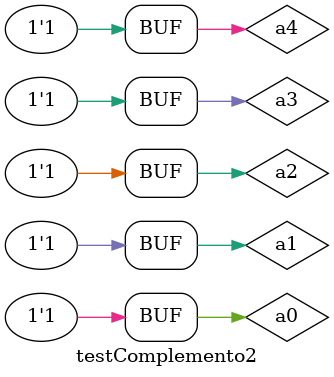
<source format=v>


module meiaSoma (s0, s1, a, b);
 output s0, s1;
 input  a, b;
 
 and AND1 (s1, a, b);
 xor XOR1 (s0, a, b);
 
endmodule

module complemento2 (s0, s1, s2, s3, s4, s5, a4, a3, a2, a1, a0);
 output s0, s1, s2, s3, s4, s5;
 input a4, a3, a2, a1, a0;
 wire w0, w1, w2, w3, w4, z0, z1, z2, z3;
 
 not NOT1 (w0, a0);
 not NOT2 (w1, a1);
 not NOT3 (w2, a2);
 not NOT4 (w3, a3);
 not NOT5 (w4, a4);
 meiaSoma ha1 (s0, z0, 1, w0);
 meiaSoma ha2 (s1, z1, z0, w1);
 meiaSoma ha3 (s2, z2, z1, w2);
 meiaSoma ha4 (s4, s5, z3, w4);
 meiaSoma ha5 (s3, z3, z2, w3); 
endmodule

module testComplemento2;
 reg a4, a3, a2, a1, a0;
 wire s0, s1, s2, s3, s4, s5;
 
complemento2 comp (s0, s1, s2, s3, s4, s5, a4, a3, a2, a1, a0);
 initial begin
      $display("Marden Batista - 388613");
      $display("Exe 02 - Complemento de 2");
      $display("\n a4 a3 a2 a1 a0 = s5 s4 s3 s2 s1 s0");
		$monitor(" %b  %b  %b  %b  %b =  %b  %b  %b  %b  %b  %b", a4, a3, a2, a1, a0, s5, s4, s3, s2, s1, s0);
												//Dec
	#1 a4=0; a3=0; a2=0; a1=0; a0=0; //00
	#1 a4=0; a3=0; a2=0; a1=0; a0=1; //01
	#1 a4=0; a3=0; a2=0; a1=1; a0=0; //02
	#1 a4=0; a3=0; a2=0; a1=1; a0=1; //03
	#1 a4=0; a3=0; a2=1; a1=0; a0=0; //04
	#1 a4=0; a3=0; a2=1; a1=0; a0=1; //05
	#1 a4=0; a3=0; a2=1; a1=1; a0=0; //06
	#1 a4=0; a3=0; a2=1; a1=1; a0=1; //07
	#1 a4=0; a3=1; a2=0; a1=0; a0=0; //08
	#1 a4=0; a3=1; a2=0; a1=0; a0=1; //09
	#1 a4=0; a3=1; a2=0; a1=1; a0=0; //10
	#1 a4=0; a3=1; a2=0; a1=1; a0=1; //11
	#1 a4=0; a3=1; a2=1; a1=0; a0=0; //12
	#1 a4=0; a3=1; a2=1; a1=0; a0=1; //13
	#1 a4=0; a3=1; a2=1; a1=1; a0=0; //14
	#1 a4=0; a3=1; a2=1; a1=1; a0=1; //15
	#1 a4=1; a3=0; a2=0; a1=0; a0=0; //16
	#1 a4=1; a3=0; a2=0; a1=0; a0=1; //17
	#1 a4=1; a3=0; a2=0; a1=1; a0=0; //18
	#1 a4=1; a3=0; a2=0; a1=1; a0=1; //19
	#1 a4=1; a3=0; a2=1; a1=0; a0=0; //20
	#1 a4=1; a3=0; a2=1; a1=0; a0=1; //21
	#1 a4=1; a3=0; a2=1; a1=1; a0=0; //22
	#1 a4=1; a3=0; a2=1; a1=1; a0=1; //23
	#1 a4=1; a3=1; a2=0; a1=0; a0=0; //24
	#1 a4=1; a3=1; a2=0; a1=0; a0=1; //25
	#1 a4=1; a3=1; a2=0; a1=1; a0=0; //26
	#1 a4=1; a3=1; a2=0; a1=1; a0=1; //27
	#1 a4=1; a3=1; a2=1; a1=0; a0=0; //28
	#1 a4=1; a3=1; a2=1; a1=0; a0=1; //29
	#1 a4=1; a3=1; a2=1; a1=1; a0=0; //30
	#1 a4=1; a3=1; a2=1; a1=1; a0=1; //31		
 end
 
endmodule
</source>
